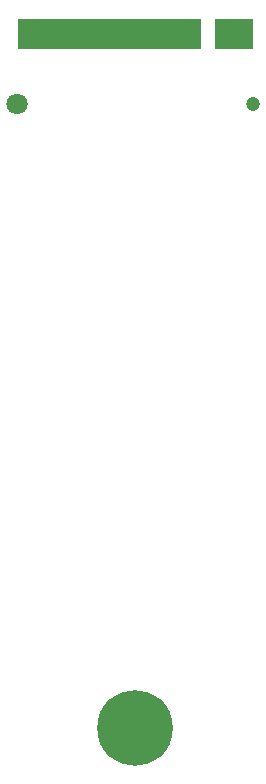
<source format=gbr>
%TF.GenerationSoftware,KiCad,Pcbnew,7.0.5*%
%TF.CreationDate,2023-08-28T16:34:51-05:00*%
%TF.ProjectId,Chimera_0003_Hydra,4368696d-6572-4615-9f30-3030335f4879,rev?*%
%TF.SameCoordinates,Original*%
%TF.FileFunction,Soldermask,Bot*%
%TF.FilePolarity,Negative*%
%FSLAX46Y46*%
G04 Gerber Fmt 4.6, Leading zero omitted, Abs format (unit mm)*
G04 Created by KiCad (PCBNEW 7.0.5) date 2023-08-28 16:34:51*
%MOMM*%
%LPD*%
G01*
G04 APERTURE LIST*
%ADD10C,0.100000*%
%ADD11C,1.200000*%
%ADD12C,1.800000*%
%ADD13C,6.400000*%
%ADD14C,3.600000*%
G04 APERTURE END LIST*
%TO.C,U2*%
D10*
X122425000Y-92400000D02*
X119225000Y-92400000D01*
X119225000Y-89900000D01*
X122425000Y-89900000D01*
X122425000Y-92400000D01*
G36*
X122425000Y-92400000D02*
G01*
X119225000Y-92400000D01*
X119225000Y-89900000D01*
X122425000Y-89900000D01*
X122425000Y-92400000D01*
G37*
X118025000Y-92400000D02*
X102575000Y-92400000D01*
X102575000Y-89900000D01*
X118025000Y-89900000D01*
X118025000Y-92400000D01*
G36*
X118025000Y-92400000D02*
G01*
X102575000Y-92400000D01*
X102575000Y-89900000D01*
X118025000Y-89900000D01*
X118025000Y-92400000D01*
G37*
%TD*%
D11*
%TO.C,CN1*%
X122499900Y-97125200D03*
D12*
X102499900Y-97125200D03*
%TD*%
D13*
%TO.C,H2*%
X112500000Y-149900000D03*
D14*
X112500000Y-149900000D03*
%TD*%
M02*

</source>
